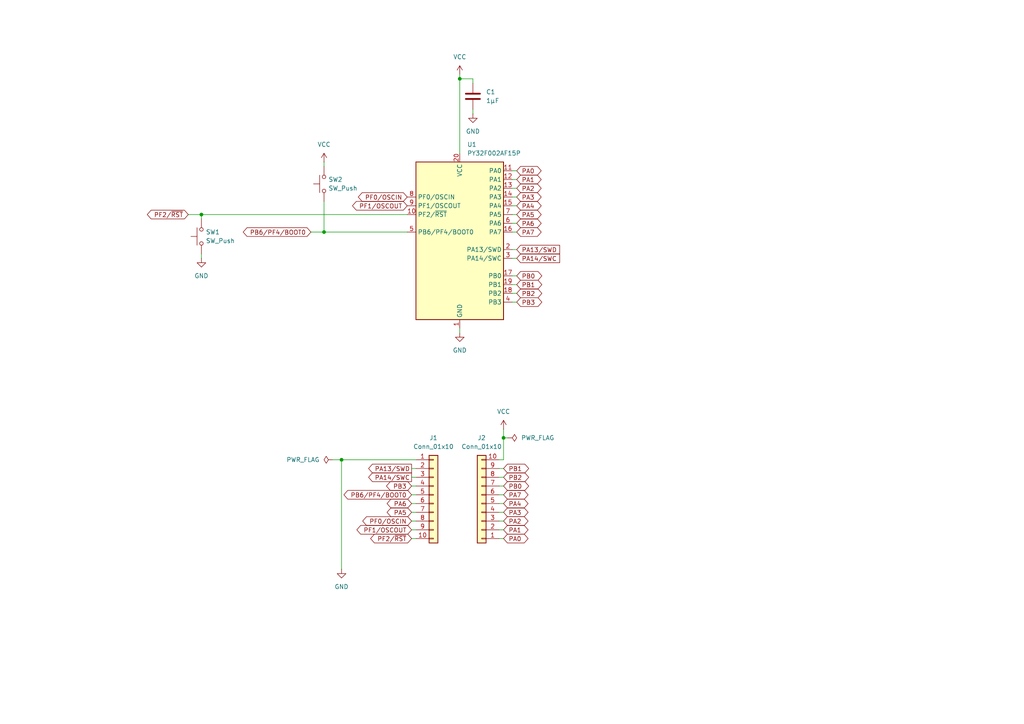
<source format=kicad_sch>
(kicad_sch (version 20250114) (generator "eeschema") (generator_version "9.0")
  (paper "A4")
  (lib_symbols
    (symbol "Connector_Generic:Conn_01x10" (pin_names (offset 1.016) (hide yes))
      (property "Reference" "J" (at 0 12.7 0))
      (property "Value" "Conn_01x10" (at 0 -15.24 0))
      (symbol "Conn_01x10_1_1"
        (rectangle (start -1.27 11.43) (end 1.27 -13.97) (stroke (width 0.254)) (fill (type background)))
        (rectangle (start -1.27 10.287) (end 0 10.033) (stroke (width 0.1524)))
        (rectangle (start -1.27 7.747) (end 0 7.493) (stroke (width 0.1524)))
        (rectangle (start -1.27 5.207) (end 0 4.953) (stroke (width 0.1524)))
        (rectangle (start -1.27 2.667) (end 0 2.413) (stroke (width 0.1524)))
        (rectangle (start -1.27 0.127) (end 0 -0.127) (stroke (width 0.1524)))
        (rectangle (start -1.27 -2.413) (end 0 -2.667) (stroke (width 0.1524)))
        (rectangle (start -1.27 -4.953) (end 0 -5.207) (stroke (width 0.1524)))
        (rectangle (start -1.27 -7.493) (end 0 -7.747) (stroke (width 0.1524)))
        (rectangle (start -1.27 -10.033) (end 0 -10.287) (stroke (width 0.1524)))
        (rectangle (start -1.27 -12.573) (end 0 -12.827) (stroke (width 0.1524)))
        (pin passive line (at -5.08 10.16 0) (length 3.81) (name "Pin_1") (number "1"))
        (pin passive line (at -5.08 7.62 0) (length 3.81) (name "Pin_2") (number "2"))
        (pin passive line (at -5.08 5.08 0) (length 3.81) (name "Pin_3") (number "3"))
        (pin passive line (at -5.08 2.54 0) (length 3.81) (name "Pin_4") (number "4"))
        (pin passive line (at -5.08 0 0) (length 3.81) (name "Pin_5") (number "5"))
        (pin passive line (at -5.08 -2.54 0) (length 3.81) (name "Pin_6") (number "6"))
        (pin passive line (at -5.08 -5.08 0) (length 3.81) (name "Pin_7") (number "7"))
        (pin passive line (at -5.08 -7.62 0) (length 3.81) (name "Pin_8") (number "8"))
        (pin passive line (at -5.08 -10.16 0) (length 3.81) (name "Pin_9") (number "9"))
        (pin passive line (at -5.08 -12.7 0) (length 3.81) (name "Pin_10") (number "10"))
      )
    )
    (symbol "Device:C" (pin_numbers (hide yes)) (pin_names (offset 0.254))
      (property "Reference" "C" (at 0.635 2.54 0))
      (property "Value" "C" (at 0.635 -2.54 0))
      (symbol "C_0_1"
        (polyline (pts (xy -2.032 0.762) (xy 2.032 0.762)) (stroke (width 0.508)))
        (polyline (pts (xy -2.032 -0.762) (xy 2.032 -0.762)) (stroke (width 0.508)))
      )
      (symbol "C_1_1"
        (pin passive line (at 0 3.81 270) (length 2.794) (name "~") (number "1"))
        (pin passive line (at 0 -3.81 90) (length 2.794) (name "~") (number "2"))
      )
    )
    (symbol "MCU_Puya:PY32F002AF15P"
      (property "Reference" "U" (at -11.43 24.638 0))
      (property "Value" "PY32F002AF15P" (at 8.636 24.13 0))
      (symbol "PY32F002AF15P_1_1"
        (rectangle (start -12.7 22.86) (end 12.7 -22.86) (stroke (width 0.254)) (fill (type background)))
        (pin bidirectional line (at -15.24 12.7 0) (length 2.54) (name "PF0/OSCIN") (number "8"))
        (pin bidirectional line (at -15.24 10.16 0) (length 2.54) (name "PF1/OSCOUT") (number "9"))
        (pin bidirectional line (at -15.24 7.62 0) (length 2.54) (name "PF2/~{RST}") (number "10"))
        (pin bidirectional line (at -15.24 2.54 0) (length 2.54) (name "PB6/PF4/BOOT0") (number "5"))
        (pin power_in line (at 0 25.4 270) (length 2.54) (name "VCC") (number "20"))
        (pin power_in line (at 0 -25.4 90) (length 2.54) (name "GND") (number "1"))
        (pin bidirectional line (at 15.24 20.32 180) (length 2.54) (name "PA0") (number "11"))
        (pin bidirectional line (at 15.24 17.78 180) (length 2.54) (name "PA1") (number "12"))
        (pin bidirectional line (at 15.24 15.24 180) (length 2.54) (name "PA2") (number "13"))
        (pin bidirectional line (at 15.24 12.7 180) (length 2.54) (name "PA3") (number "14"))
        (pin bidirectional line (at 15.24 10.16 180) (length 2.54) (name "PA4") (number "15"))
        (pin bidirectional line (at 15.24 7.62 180) (length 2.54) (name "PA5") (number "7"))
        (pin bidirectional line (at 15.24 5.08 180) (length 2.54) (name "PA6") (number "6"))
        (pin bidirectional line (at 15.24 2.54 180) (length 2.54) (name "PA7") (number "16"))
        (pin bidirectional line (at 15.24 -2.54 180) (length 2.54) (name "PA13/SWD") (number "2"))
        (pin bidirectional line (at 15.24 -5.08 180) (length 2.54) (name "PA14/SWC") (number "3"))
        (pin bidirectional line (at 15.24 -10.16 180) (length 2.54) (name "PB0") (number "17"))
        (pin bidirectional line (at 15.24 -12.7 180) (length 2.54) (name "PB1") (number "19"))
        (pin bidirectional line (at 15.24 -15.24 180) (length 2.54) (name "PB2") (number "18"))
        (pin bidirectional line (at 15.24 -17.78 180) (length 2.54) (name "PB3") (number "4"))
      )
    )
    (symbol "Switch:SW_Push" (pin_numbers (hide yes)) (pin_names (offset 1.016) (hide yes))
      (property "Reference" "SW" (at 1.27 2.54 0))
      (property "Value" "SW_Push" (at 0 -1.524 0))
      (symbol "SW_Push_0_1"
        (circle (center -2.032 0) (radius 0.508))
        (polyline (pts (xy 0 1.27) (xy 0 3.048)))
        (circle (center 2.032 0) (radius 0.508))
        (polyline (pts (xy 2.54 1.27) (xy -2.54 1.27)))
        (pin passive line (at -5.08 0 0) (length 2.54) (name "1") (number "1"))
        (pin passive line (at 5.08 0 180) (length 2.54) (name "2") (number "2"))
      )
    )
    (symbol "power:GND" (power) (pin_numbers (hide yes)) (pin_names (offset 0) (hide yes))
      (property "Value" "GND" (at 0 -3.81 0))
      (symbol "GND_0_1"
        (polyline (pts (xy 0 0) (xy 0 -1.27) (xy 1.27 -1.27) (xy 0 -2.54) (xy -1.27 -1.27) (xy 0 -1.27)))
      )
      (symbol "GND_1_1"
        (pin power_in line (at 0 0 270) (length 0) (name "~") (number "1"))
      )
    )
    (symbol "power:PWR_FLAG" (power) (pin_numbers (hide yes)) (pin_names (offset 0) (hide yes))
      (property "Value" "PWR_FLAG" (at 0 3.81 0))
      (symbol "PWR_FLAG_0_0"
        (pin power_out line (at 0 0 90) (length 0) (name "~") (number "1"))
      )
      (symbol "PWR_FLAG_0_1"
        (polyline (pts (xy 0 0) (xy 0 1.27) (xy -1.016 1.905) (xy 0 2.54) (xy 1.016 1.905) (xy 0 1.27)))
      )
    )
    (symbol "power:VCC" (power) (pin_numbers (hide yes)) (pin_names (offset 0) (hide yes))
      (property "Value" "VCC" (at 0 3.556 0))
      (symbol "VCC_0_1"
        (polyline (pts (xy -0.762 1.27) (xy 0 2.54)))
        (polyline (pts (xy 0 2.54) (xy 0.762 1.27)))
        (polyline (pts (xy 0 0) (xy 0 2.54)))
      )
      (symbol "VCC_1_1"
        (pin power_in line (at 0 0 90) (length 0) (name "~") (number "1"))
      )
    )
  )
  (junction (at 133.35 22.86))
  (junction (at 99.06 133.35))
  (junction (at 146.05 127))
  (junction (at 93.98 67.31))
  (junction (at 58.42 62.23))
  (wire (pts (xy 149.86 52.07) (xy 148.59 52.07)))
  (wire (pts (xy 146.05 156.21) (xy 144.78 156.21)))
  (wire (pts (xy 93.98 67.31) (xy 118.11 67.31)))
  (wire (pts (xy 149.86 72.39) (xy 148.59 72.39)))
  (wire (pts (xy 146.05 127) (xy 147.32 127)))
  (wire (pts (xy 149.86 74.93) (xy 148.59 74.93)))
  (wire (pts (xy 58.42 73.66) (xy 58.42 74.93)))
  (wire (pts (xy 149.86 62.23) (xy 148.59 62.23)))
  (wire (pts (xy 119.38 140.97) (xy 120.65 140.97)))
  (wire (pts (xy 119.38 156.21) (xy 120.65 156.21)))
  (wire (pts (xy 119.38 148.59) (xy 120.65 148.59)))
  (wire (pts (xy 146.05 143.51) (xy 144.78 143.51)))
  (wire (pts (xy 96.52 133.35) (xy 99.06 133.35)))
  (wire (pts (xy 149.86 67.31) (xy 148.59 67.31)))
  (wire (pts (xy 149.86 80.01) (xy 148.59 80.01)))
  (wire (pts (xy 58.42 62.23) (xy 58.42 63.5)))
  (wire (pts (xy 99.06 165.1) (xy 99.06 133.35)))
  (wire (pts (xy 146.05 127) (xy 146.05 124.46)))
  (wire (pts (xy 146.05 151.13) (xy 144.78 151.13)))
  (wire (pts (xy 119.38 143.51) (xy 120.65 143.51)))
  (wire (pts (xy 149.86 59.69) (xy 148.59 59.69)))
  (wire (pts (xy 133.35 21.59) (xy 133.35 22.86)))
  (wire (pts (xy 137.16 22.86) (xy 137.16 24.13)))
  (wire (pts (xy 149.86 82.55) (xy 148.59 82.55)))
  (wire (pts (xy 133.35 95.25) (xy 133.35 96.52)))
  (wire (pts (xy 149.86 54.61) (xy 148.59 54.61)))
  (wire (pts (xy 58.42 62.23) (xy 118.11 62.23)))
  (wire (pts (xy 119.38 135.89) (xy 120.65 135.89)))
  (wire (pts (xy 99.06 133.35) (xy 120.65 133.35)))
  (wire (pts (xy 119.38 151.13) (xy 120.65 151.13)))
  (wire (pts (xy 93.98 46.99) (xy 93.98 48.26)))
  (wire (pts (xy 149.86 64.77) (xy 148.59 64.77)))
  (wire (pts (xy 137.16 31.75) (xy 137.16 33.02)))
  (wire (pts (xy 149.86 87.63) (xy 148.59 87.63)))
  (wire (pts (xy 93.98 67.31) (xy 93.98 58.42)))
  (wire (pts (xy 149.86 49.53) (xy 148.59 49.53)))
  (wire (pts (xy 119.38 138.43) (xy 120.65 138.43)))
  (wire (pts (xy 119.38 153.67) (xy 120.65 153.67)))
  (wire (pts (xy 133.35 22.86) (xy 137.16 22.86)))
  (wire (pts (xy 144.78 133.35) (xy 146.05 133.35)))
  (wire (pts (xy 146.05 153.67) (xy 144.78 153.67)))
  (wire (pts (xy 133.35 22.86) (xy 133.35 44.45)))
  (wire (pts (xy 146.05 148.59) (xy 144.78 148.59)))
  (wire (pts (xy 149.86 85.09) (xy 148.59 85.09)))
  (wire (pts (xy 119.38 146.05) (xy 120.65 146.05)))
  (wire (pts (xy 149.86 57.15) (xy 148.59 57.15)))
  (wire (pts (xy 146.05 133.35) (xy 146.05 127)))
  (wire (pts (xy 146.05 135.89) (xy 144.78 135.89)))
  (wire (pts (xy 146.05 138.43) (xy 144.78 138.43)))
  (wire (pts (xy 146.05 146.05) (xy 144.78 146.05)))
  (wire (pts (xy 146.05 140.97) (xy 144.78 140.97)))
  (wire (pts (xy 54.61 62.23) (xy 58.42 62.23)))
  (wire (pts (xy 90.17 67.31) (xy 93.98 67.31)))
  (global_label "PA3" (shape bidirectional) (at 146.05 148.59 0) (property "Intersheetrefs" "${INTERSHEET_REFS}" (effects (hide yes))))
  (global_label "PF1{slash}OSCOUT" (shape bidirectional) (at 118.11 59.69 180) (property "Intersheetrefs" "${INTERSHEET_REFS}" (effects (hide yes))))
  (global_label "PA1" (shape bidirectional) (at 146.05 153.67 0) (property "Intersheetrefs" "${INTERSHEET_REFS}" (effects (hide yes))))
  (global_label "PF1{slash}OSCOUT" (shape bidirectional) (at 119.38 153.67 180) (property "Intersheetrefs" "${INTERSHEET_REFS}" (effects (hide yes))))
  (global_label "PA3" (shape bidirectional) (at 149.86 57.15 0) (property "Intersheetrefs" "${INTERSHEET_REFS}" (effects (hide yes))))
  (global_label "PA7" (shape bidirectional) (at 146.05 143.51 0) (property "Intersheetrefs" "${INTERSHEET_REFS}" (effects (hide yes))))
  (global_label "PB2" (shape bidirectional) (at 149.86 85.09 0) (property "Intersheetrefs" "${INTERSHEET_REFS}" (effects (hide yes))))
  (global_label "PA1" (shape bidirectional) (at 149.86 52.07 0) (property "Intersheetrefs" "${INTERSHEET_REFS}" (effects (hide yes))))
  (global_label "PB6{slash}PF4{slash}BOOT0" (shape bidirectional) (at 119.38 143.51 180) (property "Intersheetrefs" "${INTERSHEET_REFS}" (effects (hide yes))))
  (global_label "PA6" (shape bidirectional) (at 149.86 64.77 0) (property "Intersheetrefs" "${INTERSHEET_REFS}" (effects (hide yes))))
  (global_label "PA0" (shape bidirectional) (at 146.05 156.21 0) (property "Intersheetrefs" "${INTERSHEET_REFS}" (effects (hide yes))))
  (global_label "PA4" (shape bidirectional) (at 149.86 59.69 0) (property "Intersheetrefs" "${INTERSHEET_REFS}" (effects (hide yes))))
  (global_label "PA13{slash}SWD" (shape output) (at 119.38 135.89 180) (property "Intersheetrefs" "${INTERSHEET_REFS}" (effects (hide yes))))
  (global_label "PB1" (shape bidirectional) (at 149.86 82.55 0) (property "Intersheetrefs" "${INTERSHEET_REFS}" (effects (hide yes))))
  (global_label "PA4" (shape bidirectional) (at 146.05 146.05 0) (property "Intersheetrefs" "${INTERSHEET_REFS}" (effects (hide yes))))
  (global_label "PF2{slash}~{RST}" (shape bidirectional) (at 119.38 156.21 180) (property "Intersheetrefs" "${INTERSHEET_REFS}" (effects (hide yes))))
  (global_label "PA13{slash}SWD" (shape input) (at 149.86 72.39 0) (property "Intersheetrefs" "${INTERSHEET_REFS}" (effects (hide yes))))
  (global_label "PA14{slash}SWC" (shape output) (at 119.38 138.43 180) (property "Intersheetrefs" "${INTERSHEET_REFS}" (effects (hide yes))))
  (global_label "PA0" (shape bidirectional) (at 149.86 49.53 0) (property "Intersheetrefs" "${INTERSHEET_REFS}" (effects (hide yes))))
  (global_label "PA5" (shape bidirectional) (at 119.38 148.59 180) (property "Intersheetrefs" "${INTERSHEET_REFS}" (effects (hide yes))))
  (global_label "PA2" (shape bidirectional) (at 149.86 54.61 0) (property "Intersheetrefs" "${INTERSHEET_REFS}" (effects (hide yes))))
  (global_label "PA2" (shape bidirectional) (at 146.05 151.13 0) (property "Intersheetrefs" "${INTERSHEET_REFS}" (effects (hide yes))))
  (global_label "PA6" (shape bidirectional) (at 119.38 146.05 180) (property "Intersheetrefs" "${INTERSHEET_REFS}" (effects (hide yes))))
  (global_label "PB0" (shape bidirectional) (at 146.05 140.97 0) (property "Intersheetrefs" "${INTERSHEET_REFS}" (effects (hide yes))))
  (global_label "PB1" (shape bidirectional) (at 146.05 135.89 0) (property "Intersheetrefs" "${INTERSHEET_REFS}" (effects (hide yes))))
  (global_label "PF2{slash}~{RST}" (shape bidirectional) (at 54.61 62.23 180) (property "Intersheetrefs" "${INTERSHEET_REFS}" (effects (hide yes))))
  (global_label "PA14{slash}SWC" (shape input) (at 149.86 74.93 0) (property "Intersheetrefs" "${INTERSHEET_REFS}" (effects (hide yes))))
  (global_label "PB3" (shape bidirectional) (at 119.38 140.97 180) (property "Intersheetrefs" "${INTERSHEET_REFS}" (effects (hide yes))))
  (global_label "PA5" (shape bidirectional) (at 149.86 62.23 0) (property "Intersheetrefs" "${INTERSHEET_REFS}" (effects (hide yes))))
  (global_label "PB2" (shape bidirectional) (at 146.05 138.43 0) (property "Intersheetrefs" "${INTERSHEET_REFS}" (effects (hide yes))))
  (global_label "PF0{slash}OSCIN" (shape bidirectional) (at 119.38 151.13 180) (property "Intersheetrefs" "${INTERSHEET_REFS}" (effects (hide yes))))
  (global_label "PB3" (shape bidirectional) (at 149.86 87.63 0) (property "Intersheetrefs" "${INTERSHEET_REFS}" (effects (hide yes))))
  (global_label "PB6{slash}PF4{slash}BOOT0" (shape bidirectional) (at 90.17 67.31 180) (property "Intersheetrefs" "${INTERSHEET_REFS}" (effects (hide yes))))
  (global_label "PA7" (shape bidirectional) (at 149.86 67.31 0) (property "Intersheetrefs" "${INTERSHEET_REFS}" (effects (hide yes))))
  (global_label "PB0" (shape bidirectional) (at 149.86 80.01 0) (property "Intersheetrefs" "${INTERSHEET_REFS}" (effects (hide yes))))
  (global_label "PF0{slash}OSCIN" (shape bidirectional) (at 118.11 57.15 180) (property "Intersheetrefs" "${INTERSHEET_REFS}" (effects (hide yes))))
  (symbol (lib_id "power:PWR_FLAG") (at 147.32 127 270) (mirror x) (unit 1)
    (property "Reference" "#FLG01" (effects (hide yes)))
    (property "Value" "PWR_FLAG" (at 151.13 126.9999 90) (effects (justify left)))
    (property "Description" "Special symbol for telling ERC where power comes from" (effects (hide yes)))
  )
  (symbol (lib_id "Connector_Generic:Conn_01x10") (at 125.73 143.51 0) (unit 1)
    (property "Reference" "J1" (at 125.73 127 0))
    (property "Value" "Conn_01x10" (at 125.73 129.54 0))
    (property "Footprint" "Connector_PinHeader_2.54mm:PinHeader_1x10_P2.54mm_Vertical" (effects (hide yes)))
    (property "Description" "Generic connector, single row, 01x10, script generated (kicad-library-utils/schlib/autogen/connector/)" (effects (hide yes)))
  )
  (symbol (lib_id "Device:C") (at 137.16 27.94 0) (unit 1)
    (property "Reference" "C1" (at 140.97 26.6699 0) (effects (justify left)))
    (property "Value" "1µF" (at 140.97 29.2099 0) (effects (justify left)))
    (property "Footprint" "Capacitor_SMD:C_0805_2012Metric_Pad1.18x1.45mm_HandSolder" (effects (hide yes)))
    (property "Description" "Unpolarized capacitor" (effects (hide yes)))
  )
  (symbol (lib_id "power:VCC") (at 133.35 21.59 0) (unit 1)
    (property "Reference" "#PWR01" (effects (hide yes)))
    (property "Value" "VCC" (at 133.35 16.51 0))
    (property "Description" "Power symbol creates a global label with name \"VCC\"" (effects (hide yes)))
  )
  (symbol (lib_id "power:PWR_FLAG") (at 96.52 133.35 90) (unit 1)
    (property "Reference" "#FLG02" (effects (hide yes)))
    (property "Value" "PWR_FLAG" (at 92.71 133.3499 90) (effects (justify left)))
    (property "Description" "Special symbol for telling ERC where power comes from" (effects (hide yes)))
  )
  (symbol (lib_id "power:GND") (at 133.35 96.52 0) (unit 1)
    (property "Reference" "#PWR02" (effects (hide yes)))
    (property "Value" "GND" (at 133.35 101.6 0))
    (property "Description" "Power symbol creates a global label with name \"GND\" , ground" (effects (hide yes)))
  )
  (symbol (lib_id "MCU_Puya:PY32F002AF15P") (at 133.35 69.85 0) (unit 1)
    (property "Reference" "U1" (at 135.4933 41.91 0) (effects (justify left)))
    (property "Value" "PY32F002AF15P" (at 135.4933 44.45 0) (effects (justify left)))
    (property "Footprint" "Package_SO:TSSOP-20_4.4x6.5mm_P0.65mm" (effects (hide yes)))
    (property "Datasheet" "https://www.puyasemi.com/download_path/%E6%95%B0%E6%8D%AE%E6%89%8B%E5%86%8C/MCU%20%E5%BE%AE%E5%A4%84%E7%90%86%E5%99%A8/PY32F002A_Datasheet_V0.2.pdf" (effects (hide yes)))
    (property "Description" "Puya PY32 ARM Cortex-M0 MCU, 20 KB Flash, 3 KB RAM, 24 MHz, 1.7-5.5V, 18 GPIO, TSSOP20" (effects (hide yes)))
  )
  (symbol (lib_id "power:VCC") (at 93.98 46.99 0) (unit 1)
    (property "Reference" "#PWR07" (effects (hide yes)))
    (property "Value" "VCC" (at 93.98 41.91 0))
    (property "Description" "Power symbol creates a global label with name \"VCC\"" (effects (hide yes)))
  )
  (symbol (lib_id "power:GND") (at 99.06 165.1 0) (unit 1)
    (property "Reference" "#PWR04" (effects (hide yes)))
    (property "Value" "GND" (at 99.06 170.18 0))
    (property "Description" "Power symbol creates a global label with name \"GND\" , ground" (effects (hide yes)))
  )
  (symbol (lib_id "power:GND") (at 137.16 33.02 0) (unit 1)
    (property "Reference" "#PWR03" (effects (hide yes)))
    (property "Value" "GND" (at 137.16 38.1 0))
    (property "Description" "Power symbol creates a global label with name \"GND\" , ground" (effects (hide yes)))
  )
  (symbol (lib_id "power:VCC") (at 146.05 124.46 0) (unit 1)
    (property "Reference" "#PWR05" (effects (hide yes)))
    (property "Value" "VCC" (at 146.05 119.38 0))
    (property "Description" "Power symbol creates a global label with name \"VCC\"" (effects (hide yes)))
  )
  (symbol (lib_id "Switch:SW_Push") (at 93.98 53.34 90) (unit 1)
    (property "Reference" "SW2" (at 95.25 52.0699 90) (effects (justify right)))
    (property "Value" "SW_Push" (at 95.25 54.6099 90) (effects (justify right)))
    (property "Footprint" "PCM_JLCPCB:SW_TS-1088-AR02016" (effects (hide yes)))
    (property "Description" "Push button switch, generic, two pins" (effects (hide yes)))
  )
  (symbol (lib_id "Connector_Generic:Conn_01x10") (at 139.7 146.05 180) (unit 1)
    (property "Reference" "J2" (at 139.7 127 0))
    (property "Value" "Conn_01x10" (at 139.7 129.54 0))
    (property "Footprint" "Connector_PinHeader_2.54mm:PinHeader_1x10_P2.54mm_Vertical" (effects (hide yes)))
    (property "Description" "Generic connector, single row, 01x10, script generated (kicad-library-utils/schlib/autogen/connector/)" (effects (hide yes)))
  )
  (symbol (lib_id "power:GND") (at 58.42 74.93 0) (unit 1)
    (property "Reference" "#PWR06" (effects (hide yes)))
    (property "Value" "GND" (at 58.42 80.01 0))
    (property "Description" "Power symbol creates a global label with name \"GND\" , ground" (effects (hide yes)))
  )
  (symbol (lib_id "Switch:SW_Push") (at 58.42 68.58 90) (unit 1)
    (property "Reference" "SW1" (at 59.69 67.3099 90) (effects (justify right)))
    (property "Value" "SW_Push" (at 59.69 69.8499 90) (effects (justify right)))
    (property "Footprint" "PCM_JLCPCB:SW_TS-1088-AR02016" (effects (hide yes)))
    (property "Description" "Push button switch, generic, two pins" (effects (hide yes)))
  )
)
</source>
